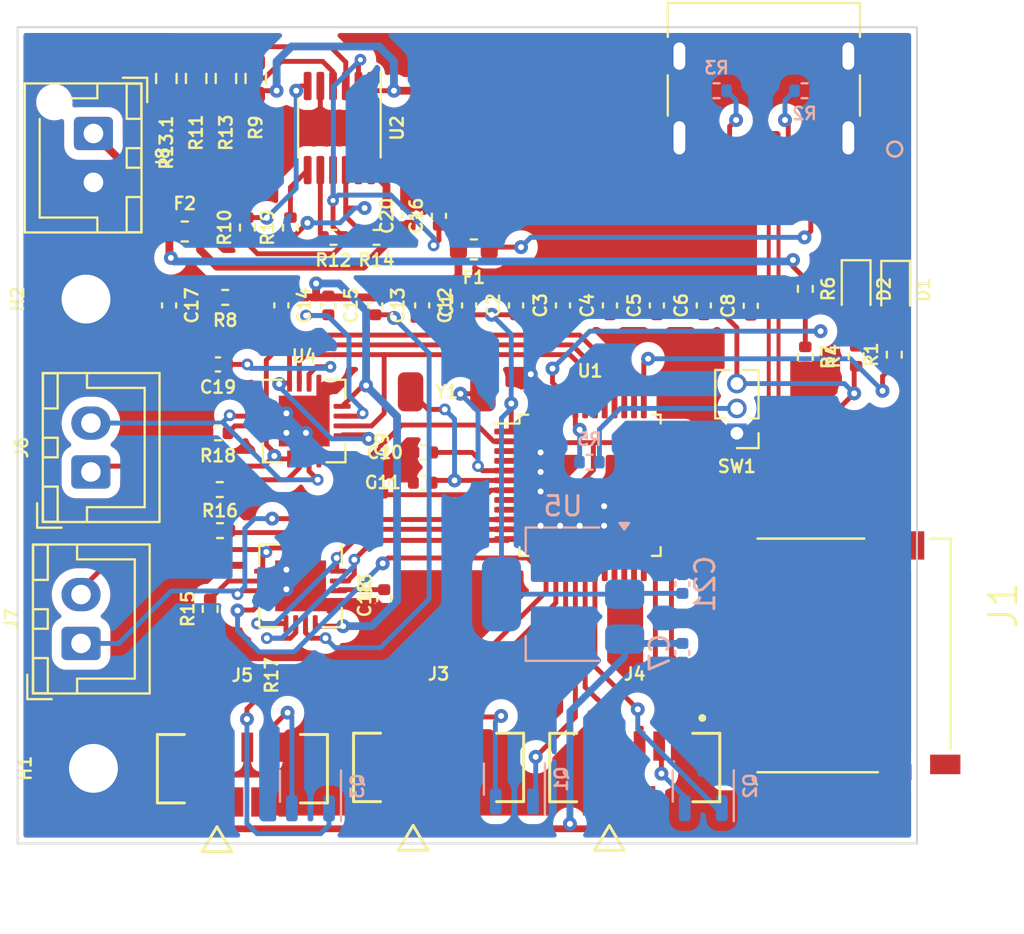
<source format=kicad_pcb>
(kicad_pcb (version 20240108) (generator "pcbnew") (generator_version "8.0")
  (layers (0 "F.Cu" signal) (31 "B.Cu" signal) (34 "B.Paste" user) (35 "F.Paste" user) (36 "B.SilkS" user "B.Silkscreen") (37 "F.SilkS" user "F.Silkscreen") (38 "B.Mask" user) (39 "F.Mask" user) (44 "Edge.Cuts" user))
  (net 0 "")
  (net 1 "3v3")
  (net 2 "GND")
  (net 3 "/nrst")
  (net 4 "Net-(U1-PD0)")
  (net 5 "Net-(U1-PD1)")
  (net 6 "USB_P")
  (net 7 "Net-(U3-VCP)")
  (net 8 "Net-(U4-VCP)")
  (net 9 "HEAT_POW")
  (net 10 "Net-(C17-Pad1)")
  (net 11 "Net-(U3-VINT)")
  (net 12 "Net-(U4-VINT)")
  (net 13 "BAT")
  (net 14 "Net-(D1-A)")
  (net 15 "Net-(D2-A)")
  (net 16 "Net-(F1-Pad1)")
  (net 17 "BAT_REAL")
  (net 18 "SS")
  (net 19 "MISO")
  (net 20 "SCK")
  (net 21 "MOSI")
  (net 24 "Net-(J2-CC1)")
  (net 25 "D+")
  (net 26 "D-")
  (net 28 "Net-(J2-CC2)")
  (net 30 "5v")
  (net 31 "therm_1")
  (net 34 "Net-(J3-Pin_6)")
  (net 35 "therm_3")
  (net 38 "Net-(J4-Pin_6)")
  (net 39 "therm_2")
  (net 42 "Net-(J5-Pin_6)")
  (net 43 "MOTOR_1A")
  (net 44 "MOTOR_1")
  (net 45 "MOTOR_2")
  (net 46 "MOTOR_2A")
  (net 47 "heater_1")
  (net 48 "heater_3")
  (net 49 "heater_2")
  (net 50 "LED")
  (net 51 "Net-(SW1-B)")
  (net 52 "Net-(U1-BOOT0)")
  (net 53 "V_MON")
  (net 54 "Net-(U2-ADJ)")
  (net 55 "Net-(U2-CMPOUT1)")
  (net 56 "Net-(R11-Pad1)")
  (net 57 "Net-(U2-V2OK)")
  (net 58 "Net-(U2-CMP1)")
  (net 59 "Net-(U2-V2UV)")
  (net 60 "Net-(U3-BISEN)")
  (net 61 "Net-(U3-AISEN)")
  (net 62 "Net-(U4-BISEN)")
  (net 63 "Net-(U4-AISEN)")
  (net 64 "Net-(U2-GNDSW)")
  (net 67 "Net-(U1-VDDA)")
  (net 68 "SERVO_2A")
  (net 69 "MOT_CON2")
  (net 70 "MOT_MON_2")
  (net 71 "SERVO_2")
  (net 82 "MOT_MON_1")
  (net 83 "MOT_CON1")
  (net 84 "SERVO_1")
  (net 85 "SERVO_1A")
  (footprint "Resistor_SMD:R_0402_1005Metric" (layer "F.Cu") (at 97.705333 45.998 90)
    (property "Reference" "R19")
    (property "Value" "86.6K" (hide yes))
  )
  (footprint "Capacitor_SMD:C_0402_1005Metric" (layer "F.Cu") (at 118.849163 49.98 90)
    (property "Reference" "C6")
    (property "Value" "10nF" (hide yes))
  )
  (footprint "Fuse:Fuse_0603_1608Metric" (layer "F.Cu") (at 107.0865 47.117 180)
    (property "Reference" "F1")
    (property "Value" "Fuse" (hide yes))
  )
  (footprint "Package_DFN_QFN:WQFN-16-1EP_4x4mm_P0.5mm_EP2.6x2.6mm" (layer "F.Cu") (at 98.41 55.895)
    (property "Reference" "U4")
    (property "Value" "~" (hide yes))
  )
  (footprint "Resistor_SMD:R_0402_1005Metric" (layer "F.Cu") (at 94.09 59.4 180)
    (property "Reference" "R17")
    (property "Value" ".33" (hide yes))
  )
  (footprint "Capacitor_SMD:C_0402_1005Metric" (layer "F.Cu") (at 106.844998 49.98 90)
    (property "Reference" "C1")
    (property "Value" "100nF" (hide yes))
  )
  (footprint "Resistor_SMD:R_0402_1005Metric" (layer "F.Cu") (at 126.64 52.582 90)
    (property "Reference" "R4")
    (property "Value" "1K" (hide yes))
  )
  (footprint "Package_SO:MSOP-12-1EP_3x4mm_P0.65mm_EP1.65x2.85mm" (layer "F.Cu") (at 100.21 40.91 -90)
    (property "Reference" "U2")
    (property "Value" "LTC4420CMSE-PBF" (hide yes))
  )
  (footprint "crystal:abm3" (layer "F.Cu") (at 105.7 54.4)
    (property "Reference" "Y1")
    (property "Value" "16 khz" (hide yes))
  )
  (footprint "Resistor_SMD:R_0402_1005Metric" (layer "F.Cu") (at 94.370833 49.571 180)
    (property "Reference" "R8")
    (property "Value" "0.5" (hide yes))
  )
  (footprint "Capacitor_SMD:C_0402_1005Metric" (layer "F.Cu") (at 116.44833 49.98 90)
    (property "Reference" "C5")
    (property "Value" "100nF" (hide yes))
  )
  (footprint "Capacitor_SMD:C_0402_1005Metric" (layer "F.Cu") (at 104.472 59.049999)
    (property "Reference" "C11")
    (property "Value" "26pF" (hide yes))
  )
  (footprint "Capacitor_SMD:C_0402_1005Metric" (layer "F.Cu") (at 102.5 65 -90)
    (property "Reference" "C18")
    (property "Value" "2.2pF" (hide yes))
  )
  (footprint "Capacitor_SMD:C_0402_1005Metric" (layer "F.Cu") (at 94 53 180)
    (property "Reference" "C19")
    (property "Value" "2.2pF" (hide yes))
  )
  (footprint "Capacitor_SMD:C_0402_1005Metric" (layer "F.Cu") (at 103.8 45.4 90)
    (property "Reference" "C20")
    (property "Value" "2.2uF" (hide yes))
  )
  (footprint "Resistor_SMD:R_0402_1005Metric" (layer "F.Cu") (at 93.6 65.51 -90)
    (property "Reference" "R15")
    (property "Value" ".33" (hide yes))
  )
  (footprint "ffc_conn:CON_525590652_MOL" (layer "F.Cu") (at 105.283 73.911)
    (property "Reference" "J3")
    (property "Value" "Conn_01x06" (hide yes))
  )
  (footprint "MountingHole:MountingHole_2.5mm_Pad" (layer "F.Cu") (at 87.249 49.657 90)
    (property "Reference" "H2")
    (property "Value" "MountingHole_Pad" (hide yes))
  )
  (footprint "Resistor_SMD:R_0603_1608Metric" (layer "F.Cu") (at 95.932 38.373 90)
    (property "Reference" "R9")
    (property "Value" "300K" (hide yes))
  )
  (footprint "Resistor_SMD:R_0402_1005Metric" (layer "F.Cu") (at 128.59 52.501 90)
    (property "Reference" "R1")
    (property "Value" "1K" (hide yes))
  )
  (footprint "Capacitor_SMD:C_0402_1005Metric" (layer "F.Cu") (at 104.5 57.5)
    (property "Reference" "C10")
    (property "Value" "26pF" (hide yes))
  )
  (footprint "Connector_JST:JST_XH_B2B-XH-AM_1x02_P2.50mm_Vertical" (layer "F.Cu") (at 87.63 41.188 -90)
    (property "Reference" "J8")
    (property "Value" "Conn_01x02_Pin" (hide yes))
  )
  (footprint "Resistor_SMD:R_0603_1608Metric" (layer "F.Cu") (at 94.408 38.373 -90)
    (property "Reference" "R13")
    (property "Value" "45K" (hide yes))
  )
  (footprint "114_00841_68:AMPHENOL_1140084168" (layer "F.Cu") (at 121.273 67.883 -90)
    (property "Reference" "J1")
    (property "Value" "SD_Card")
  )
  (footprint "usb:USB4105-GF-A" (layer "F.Cu") (at 121.92 38.5 180)
    (property "Reference" "J2" (hide yes))
    (property "Value" "USB_C_Receptacle" (hide yes))
  )
  (footprint "Resistor_SMD:R_0402_1005Metric" (layer "F.Cu") (at 94.1 61.5 180)
    (property "Reference" "R16")
    (property "Value" ".33" (hide yes))
  )
  (footprint "Capacitor_SMD:C_0402_1005Metric" (layer "F.Cu") (at 91.5 49.98 -90)
    (property "Reference" "C17")
    (property "Value" "2.2uF" (hide yes))
  )
  (footprint "Capacitor_SMD:C_0402_1005Metric" (layer "F.Cu") (at 109.245831 49.98 90)
    (property "Reference" "C2")
    (property "Value" "100nF" (hide yes))
  )
  (footprint "Capacitor_SMD:C_0402_1005Metric" (layer "F.Cu") (at 102.4 59.1 90)
    (property "Reference" "C9")
    (property "Value" "100nF" (hide yes))
  )
  (footprint "LED_SMD:LED_0603_1608Metric" (layer "F.Cu") (at 126.64 49.155 -90)
    (property "Reference" "D2")
    (property "Value" "LED" (hide yes))
  )
  (footprint "Connector_JST:JST_XH_B2B-XH-A_1x02_P2.50mm_Vertical" (layer "F.Cu") (at 87.5 58.5 90)
    (property "Reference" "J6")
    (property "Value" "Conn_01x02_Male" (hide yes))
  )
  (footprint "ffc_conn:CON_525590652_MOL" (layer "F.Cu") (at 95.25 73.97865)
    (property "Reference" "J5")
    (property "Value" "Conn_01x06" (hide yes))
  )
  (footprint "Connector_JST:JST_XH_B2B-XH-A_1x02_P2.50mm_Vertical" (layer "F.Cu") (at 86.995 67.27 90)
    (property "Reference" "J7")
    (property "Value" "Conn_01x02_Male" (hide yes))
  )
  (footprint "Resistor_SMD:R_0402_1005Metric" (layer "F.Cu") (at 102.108 46.5 180)
    (property "Reference" "R14")
    (property "Value" "576K" (hide yes))
  )
  (footprint "Resistor_SMD:R_0402_1005Metric" (layer "F.Cu") (at 95.504 45.998 90)
    (property "Reference" "R10")
    (property "Value" "1M" (hide yes))
  )
  (footprint "Package_DFN_QFN:WQFN-16-1EP_4x4mm_P0.5mm_EP2.6x2.6mm" (layer "F.Cu") (at 98.225 64.325 -90)
    (property "Reference" "U3")
    (property "Value" "~" (hide yes))
  )
  (footprint "Fuse:Fuse_0603_1608Metric" (layer "F.Cu") (at 92.3 46.2)
    (property "Reference" "F2")
    (property "Value" "Fuse" (hide yes))
  )
  (footprint "Package_QFP:LQFP-48_7x7mm_P0.5mm" (layer "F.Cu") (at 113.03 59.182)
    (property "Reference" "U1")
    (property "Value" "STM32F103C8Tx" (hide yes))
  )
  (footprint "Capacitor_SMD:C_0402_1005Metric" (layer "F.Cu") (at 105.3 45.4 90)
    (property "Reference" "C16")
    (property "Value" "15uF" (hide yes))
  )
  (footprint "Capacitor_SMD:C_0402_1005Metric" (layer "F.Cu") (at 102.043332 49.98 -90)
    (property "Reference" "C13")
    (property "Value" "0.01uF" (hide yes))
  )
  (footprint "Capacitor_SMD:C_0402_1005Metric" (layer "F.Cu") (at 97.241666 49.98 -90)
    (property "Reference" "C14")
    (property "Value" "10uF" (hide yes))
  )
  (footprint "LED_SMD:LED_0603_1608Metric" (layer "F.Cu") (at 128.66 49.19 -90)
    (property "Reference" "D1")
    (property "Value" "LED" (hide yes))
  )
  (footprint "Capacitor_SMD:C_0402_1005Metric" (layer "F.Cu") (at 121.25 50 90)
    (property "Reference" "C8")
    (property "Value" "10uF" (hide yes))
  )
  (footprint "Capacitor_SMD:C_0402_1005Metric" (layer "F.Cu") (at 114.047497 49.98 90)
    (property "Reference" "C4")
    (property "Value" "100nF" (hide yes))
  )
  (footprint "Capacitor_SMD:C_0402_1005Metric" (layer "F.Cu") (at 111.646664 49.98 90)
    (property "Reference" "C3")
    (property "Value" "100nF" (hide yes))
  )
  (footprint "ffc_conn:CON_525590652_MOL" (layer "F.Cu") (at 115.316 73.917)
    (property "Reference" "J4")
    (property "Value" "Conn_01x06" (hide yes))
  )
  (footprint "Resistor_SMD:R_0402_1005Metric" (layer "F.Cu") (at 124.04 49.135 -90)
    (property "Reference" "R6")
    (property "Value" "100K" (hide yes))
  )
  (footprint "Resistor_SMD:R_0402_1005Metric" (layer "F.Cu") (at 124.04 52.6125 -90)
    (property "Reference" "R7")
    (property "Value" "100k" (hide yes))
  )
  (footprint "Resistor_SMD:R_0603_1608Metric" (layer "F.Cu") (at 92.884 38.373 90)
    (property "Reference" "R11")
    (property "Value" "2K" (hide yes))
  )
  (footprint "Resistor_SMD:R_0402_1005Metric" (layer "F.Cu") (at 99.906666 46.5 180)
    (property "Reference" "R12")
    (property "Value" "1M" (hide yes))
  )
  (footprint "Resistor_SMD:R_0603_1608Metric" (layer "F.Cu") (at 91.36 38.373 -90)
    (property "Reference" "R13.1")
    (property "Value" "154K" (hide yes))
  )
  (footprint "Connector_PinHeader_1.27mm:PinHeader_1x03_P1.27mm_Vertical" (layer "F.Cu") (at 120.54 56.52 180)
    (property "Reference" "SW1")
    (property "Value" "SW_SPDT" (hide yes))
  )
  (footprint "Capacitor_SMD:C_0402_1005Metric" (layer "F.Cu") (at 99.642499 49.98 -90)
    (property "Reference" "C15")
    (property "Value" "0.01uF" (hide yes))
  )
  (footprint "MountingHole:MountingHole_2.5mm_Pad" (layer "F.Cu") (at 87.63 73.66 90)
    (property "Reference" "H1")
    (property "Value" "MountingHole_Pad" (hide yes))
  )
  (footprint "Resistor_SMD:R_0402_1005Metric" (layer "F.Cu") (at 94 56.5 180)
    (property "Reference" "R18")
    (property "Value" ".33" (hide yes))
  )
  (footprint "Capacitor_SMD:C_0402_1005Metric" (layer "F.Cu") (at 104.444165 49.98 -90)
    (property "Reference" "C12")
    (property "Value" "10uF" (hide yes))
  )
  (footprint "Package_TO_SOT_SMD:SOT-23-3" (layer "B.Cu") (at 98.73 74.57 90)
    (property "Reference" "Q3")
    (property "Value" "VNP10N07" (hide yes))
  )
  (footprint "Capacitor_SMD:C_0402_1005Metric" (layer "B.Cu") (at 117.75 64.23 90)
    (property "Reference" "C21")
    (property "Value" "22 uF")
  )
  (footprint "Resistor_SMD:R_0402_1005Metric" (layer "B.Cu") (at 124 39)
    (property "Reference" "R2")
    (property "Value" "5.1k" (hide yes))
  )
  (footprint "Resistor_SMD:R_0402_1005Metric" (layer "B.Cu") (at 119.5 39 180)
    (property "Reference" "R3")
    (property "Value" "5.1k" (hide yes))
  )
  (footprint "Package_TO_SOT_SMD:SOT-223-3_TabPin2" (layer "B.Cu") (at 111.65 64.75 180)
    (property "Reference" "U5")
    (property "Value" "AMS1117-3.3")
  )
  (footprint "Resistor_SMD:R_0402_1005Metric" (layer "B.Cu") (at 113 58 180)
    (property "Reference" "R5")
    (property "Value" "10k" (hide yes))
  )
  (footprint "Package_TO_SOT_SMD:SOT-23-3" (layer "B.Cu") (at 109.16 74.21 90)
    (property "Reference" "Q1")
    (property "Value" "VNP10N07" (hide yes))
  )
  (footprint "Package_TO_SOT_SMD:SOT-23-3" (layer "B.Cu") (at 118.82 74.56 90)
    (property "Reference" "Q2")
    (property "Value" "VNP10N07" (hide yes))
  )
  (footprint "Capacitor_SMD:C_0402_1005Metric" (layer "B.Cu") (at 117.75 67.75 -90)
    (property "Reference" "C7")
    (property "Value" "10 uF")
  )
  (gr_rect (start 83.75 35.75) (end 129.75 77.5) (stroke (width 0.1)) (fill none) (layer "Edge.Cuts"))
  (segment (start 109 55) (end 109 56.2995) (width 0.25) (layer "F.Cu") (net 1))
  (segment (start 120.54 53.98) (end 120.54 51.12) (width 0.25) (layer "F.Cu") (net 1))
  (segment (start 121.523 67.783) (end 125.148 64.158) (width 0.25) (layer "F.Cu") (net 1))
  (segment (start 126.54 53.192) (end 126.64 53.092) (width 0.25) (layer "F.Cu") (net 1))
  (segment (start 109 56.2995) (end 108.8675 56.432) (width 0.25) (layer "F.Cu") (net 1))
  (segment (start 120.54 51.12) (end 119.88 50.46) (width 0.25) (layer "F.Cu") (net 1))
  (segment (start 126.54 54.48) (end 126.54 53.192) (width 0.25) (layer "F.Cu") (net 1))
  (segment (start 106.844998 50.46) (end 121.23 50.46) (width 0.25) (layer "F.Cu") (net 1))
  (segment (start 125.148 64.158) (end 125.148 55.872) (width 0.25) (layer "F.Cu") (net 1))
  (segment (start 120.398 67.783) (end 121.523 67.783) (width 0.25) (layer "F.Cu") (net 1))
  (segment (start 125.148 55.872) (end 126.54 54.48) (width 0.25) (layer "F.Cu") (net 1))
  (segment (start 121.23 50.46) (end 121.25 50.48) (width 0.25) (layer "F.Cu") (net 1))
  (via (at 108 50.46) (size 0.7112) (drill 0.3048) (layers "F.Cu" "B.Cu") (net 1))
  (via (at 126.54 54.48) (size 0.7112) (drill 0.3048) (layers "F.Cu" "B.Cu") (net 1))
  (via (at 109 55) (size 0.7112) (drill 0.3048) (layers "F.Cu" "B.Cu") (net 1))
  (segment (start 109 51.46) (end 109 55) (width 0.25) (layer "B.Cu") (net 1))
  (segment (start 109 55) (end 109 55.25) (width 0.25) (layer "B.Cu") (net 1))
  (segment (start 126.04 53.98) (end 126.54 54.48) (width 0.25) (layer "B.Cu") (net 1))
  (segment (start 108 50.46) (end 109 51.46) (width 0.25) (layer "B.Cu") (net 1))
  (segment (start 114.8 64.75) (end 108.5 64.75) (width 0.25) (layer "B.Cu") (net 1))
  (segment (start 109 55.25) (end 108.5 55.75) (width 0.25) (layer "B.Cu") (net 1))
  (segment (start 117.75 64.71) (end 114.84 64.71) (width 0.25) (layer "B.Cu") (net 1))
  (segment (start 108.5 55.75) (end 108.5 64.75) (width 0.25) (layer "B.Cu") (net 1))
  (segment (start 114.84 64.71) (end 114.8 64.75) (width 0.25) (layer "B.Cu") (net 1))
  (segment (start 120.54 53.98) (end 126.04 53.98) (width 0.25) (layer "B.Cu") (net 1))
  (segment (start 101.185 41.885) (end 100.21 40.91) (width 0.254) (layer "F.Cu") (net 2))
  (segment (start 99.16 55.145) (end 98.41 55.895) (width 0.254) (layer "F.Cu") (net 2))
  (segment (start 118.568 56.932) (end 118.98 56.52) (width 0.25) (layer "F.Cu") (net 2))
  (segment (start 110.78 55.0195) (end 110.78 54.245632) (width 0.25) (layer "F.Cu") (net 2))
  (segment (start 117.1925 56.932) (end 118.568 56.932) (width 0.25) (layer "F.Cu") (net 2))
  (segment (start 115.28 58.070632) (end 115.28 63.3445) (width 0.25) (layer "F.Cu") (net 2))
  (segment (start 116.418632 56.932) (end 115.28 58.070632) (width 0.25) (layer "F.Cu") (net 2))
  (segment (start 99.235 39.935) (end 99.235 38.76) (width 0.254) (layer "F.Cu") (net 2))
  (segment (start 100.1625 65.075) (end 98.975 65.075) (width 0.254) (layer "F.Cu") (net 2))
  (segment (start 110.78 54.245632) (end 110.034368 53.5) (width 0.25) (layer "F.Cu") (net 2))
  (segment (start 98.975 65.075) (end 98.225 64.325) (width 0.254) (layer "F.Cu") (net 2))
  (segment (start 99.16 53.9575) (end 99.16 55.145) (width 0.254) (layer "F.Cu") (net 2))
  (segment (start 100.1625 65.075) (end 102.095 65.075) (width 0.254) (layer "F.Cu") (net 2))
  (segment (start 110.068 59.932) (end 110.5 59.5) (width 0.25) (layer "F.Cu") (net 2))
  (segment (start 118.98 56.52) (end 120.54 56.52) (width 0.25) (layer "F.Cu") (net 2))
  (segment (start 100.21 40.91) (end 99.235 39.935) (width 0.254) (layer "F.Cu") (net 2))
  (segment (start 101.185 43.06) (end 101.185 41.885) (width 0.254) (layer "F.Cu") (net 2))
  (segment (start 108.8675 59.932) (end 110.068 59.932) (width 0.25) (layer "F.Cu") (net 2))
  (segment (start 110.034368 53.5) (end 110 53.5) (width 0.25) (layer "F.Cu") (net 2))
  (segment (start 102.095 65.075) (end 102.5 65.48) (width 0.254) (layer "F.Cu") (net 2))
  (segment (start 117.1925 56.932) (end 116.418632 56.932) (width 0.25) (layer "F.Cu") (net 2))
  (via (at 110.5 59.5) (size 0.7112) (drill 0.3048) (layers "F.Cu" "B.Cu") (net 2))
  (via (at 110 53.5) (size 0.7112) (drill 0.3048) (layers "F.Cu" "B.Cu") (net 2))
  (via (at 97.5 63.5) (size 0.7112) (drill 0.3048) (layers "F.Cu" "B.Cu") (net 2))
  (via (at 110.5 61.25) (size 0.7112) (drill 0.3048) (layers "F.Cu" "B.Cu") (net 2))
  (via (at 97.5 56.5) (size 0.7112) (drill 0.3048) (layers "F.Cu" "B.Cu") (net 2))
  (via (at 112.5 61.25) (size 0.7112) (drill 0.3048) (layers "F.Cu" "B.Cu") (net 2))
  (via (at 113.75 60.25) (size 0.7112) (drill 0.3048) (layers "F.Cu" "B.Cu") (net 2))
  (via (at 97.5 64.5) (size 0.7112) (drill 0.3048) (layers "F.Cu" "B.Cu") (net 2))
  (via (at 110.5 57.5) (size 0.7112) (drill 0.3048) (layers "F.Cu" "B.Cu") (net 2))
  (via (at 98.5 56.5) (size 0.7112) (drill 0.3048) (layers "F.Cu" "B.Cu") (net 2))
  (via (at 113.75 61.25) (size 0.7112) (drill 0.3048) (layers "F.Cu" "B.Cu") (net 2))
  (via (at 110.5 58.5) (size 0.7112) (drill 0.3048) (layers "F.Cu" "B.Cu") (net 2))
  (via (at 111.5 61.25) (size 0.7112) (drill 0.3048) (layers "F.Cu" "B.Cu") (net 2))
  (via (at 97.5 55.5) (size 0.7112) (drill 0.3048) (layers "F.Cu" "B.Cu") (net 2))
  (segment (start 102.362799 59.662799) (end 107.737201 59.662799) (width 0.25) (layer "F.Cu") (net 3))
  (segment (start 107.968 59.432) (end 108.8675 59.432) (width 0.25) (layer "F.Cu") (net 3))
  (segment (start 107.737201 59.662799) (end 107.968 59.432) (width 0.25) (layer "F.Cu") (net 3))
  (segment (start 107.3 58.2) (end 107.532 58.432) (width 0.254) (layer "F.Cu") (net 4))
  (segment (start 107.3 58.2) (end 107.3 57.8) (width 0.25) (layer "F.Cu") (net 4))
  (segment (start 107.532 58.432) (end 108.8675 58.432) (width 0.254) (layer "F.Cu") (net 4))
  (segment (start 107.45 54.5) (end 107.55 54.4) (width 0.254) (layer "F.Cu") (net 4))
  (segment (start 106.4 54.5) (end 107.45 54.5) (width 0.254) (layer "F.Cu") (net 4))
  (segment (start 107 57.5) (end 104.98 57.5) (width 0.25) (layer "F.Cu") (net 4))
  (segment (start 107.3 57.8) (end 107 57.5) (width 0.25) (layer "F.Cu") (net 4))
  (via (at 106.4 54.5) (size 0.7112) (drill 0.3048) (layers "F.Cu" "B.Cu") (net 4))
  (via (at 107.3 58.2) (size 0.6) (drill 0.3) (layers "F.Cu" "B.Cu") (net 4))
  (segment (start 107.3 55.4) (end 106.4 54.5) (width 0.254) (layer "B.Cu") (net 4))
  (segment (start 107.3 58.2) (end 107.3 55.4) (width 0.254) (layer "B.Cu") (net 4))
  (segment (start 104.75 55.3) (end 103.85 54.4) (width 0.254) (layer "F.Cu") (net 5))
  (segment (start 105.069999 58.932) (end 108.8675 58.932) (width 0.25) (layer "F.Cu") (net 5))
  (segment (start 104.952 59.049999) (end 105.069999 58.932) (width 0.25) (layer "F.Cu") (net 5))
  (segment (start 105.6 55.3) (end 104.75 55.3) (width 0.254) (layer "F.Cu") (net 5))
  (via (at 105.6 55.3) (size 0.6) (drill 0.3) (layers "F.Cu" "B.Cu") (net 5))
  (via (at 106.1 58.932) (size 0.7112) (drill 0.3048) (layers "F.Cu" "B.Cu") (net 5))
  (segment (start 106.1 58.932) (end 106.1 55.8) (width 0.254) (layer "B.Cu") (net 5))
  (segment (start 106.1 55.8) (end 105.6 55.3) (width 0.254) (layer "B.Cu") (net 5))
  (segment (start 105.8 55.5) (end 105.6 55.3) (width 0.254) (layer "B.Cu") (net 5))
  (segment (start 104.373165 49.571) (end 104.444165 49.5) (width 0.4) (layer "F.Cu") (net 6))
  (segment (start 99.02 48.859) (end 99.02 49.551) (width 0.4) (layer "F.Cu") (net 6))
  (segment (start 97 39) (end 96.13 39) (width 0.25) (layer "F.Cu") (net 6))
  (segment (start 99.099672 66.387172) (end 98.975 66.2625) (width 0.25) (layer "F.Cu") (net 6))
  (segment (start 104.84 49.5) (end 104.016 49.5) (width 0.25) (layer "F.Cu") (net 6))
  (segment (start 106.299 48.451) (end 106.299 47.117) (width 0.4) (layer "F.Cu") (net 6))
  (segment (start 106.299 40.299) (end 105 39) (width 0.4) (layer "F.Cu") (net 6))
  (segment (start 99.02 49.551) (end 99 49.571) (width 0.4) (layer "F.Cu") (net 6))
  (segment (start 101.417903 54.074597) (end 100.3475 55.145) (width 0.25) (layer "F.Cu") (net 6))
  (segment (start 97.170666 49.571) (end 97.241666 49.5) (width 0.25) (layer "F.Cu") (net 6))
  (segment (start 96.862 38.862) (end 97 39) (width 0.25) (layer "F.Cu") (net 6))
  (segment (start 105 39) (end 103 39) (width 0.4) (layer "F.Cu") (net 6))
  (segment (start 99 49.571) (end 104.373165 49.571) (width 0.4) (layer "F.Cu") (net 6))
  (segment (start 103 39) (end 102.075 39) (width 0.25) (layer "F.Cu") (net 6))
  (segment (start 101.574597 54.074597) (end 101.417903 54.074597) (width 0.25) (layer "F.Cu") (net 6))
  (segment (start 102.075 39) (end 101.835 38.76) (width 0.25) (layer "F.Cu") (net 6))
  (segment (start 97.101 49.5) (end 97.03 49.571) (width 0.25) (layer "F.Cu") (net 6))
  (segment (start 100.4 66.387172) (end 99.099672 66.387172) (width 0.25) (layer "F.Cu") (net 6))
  (segment (start 105.25 49.5) (end 106.299 48.451) (width 0.4) (layer "F.Cu") (net 6))
  (segment (start 94.880833 49.571) (end 99 49.571) (width 0.4) (layer "F.Cu") (net 6))
  (segment (start 104.444165 49.5) (end 105.25 49.5) (width 0.4) (layer "F.Cu") (net 6))
  (segment (start 106.299 47.117) (end 106.299 40.299) (width 0.4) (layer "F.Cu") (net 6))
  (segment (start 96.13 39) (end 95.932 39.198) (width 0.25) (layer "F.Cu") (net 6))
  (via (at 99.02 48.859) (size 0.7112) (drill 0.3048) (layers "F.Cu" "B.Cu") (net 6))
  (via (at 101.574597 54.074597) (size 0.7112) (drill 0.3048) (layers "F.Cu" "B.Cu") (net 6))
  (via (at 97 39) (size 0.7112) (drill 0.3048) (layers "F.Cu" "B.Cu") (net 6))
  (via (at 103 39) (size 0.7112) (drill 0.3048) (layers "F.Cu" "B.Cu") (net 6))
  (via (at 100.4 66.387172) (size 0.7112) (drill 0.3048) (layers "F.Cu" "B.Cu") (net 6))
  (segment (start 100.1895 48.859) (end 101.574597 50.244097) (width 0.4) (layer "B.Cu") (net 6))
  (segment (start 103 37.5) (end 103 39) (width 0.4) (layer "B.Cu") (net 6))
  (segment (start 102.2372 36.7372) (end 103 37.5) (width 0.4) (layer "B.Cu") (net 6))
  (segment (start 101.574597 54.074597) (end 101.574597 53.748476) (width 0.25) (layer "B.Cu") (net 6))
  (segment (start 101.862828 66.387172) (end 103.1584 65.0916) (width 0.4) (layer "B.Cu") (net 6))
  (segment (start 99.02 48.859) (end 100.1895 48.859) (width 0.4) (layer "B.Cu") (net 6))
  (segment (start 101.574597 50.244097) (end 101.574597 54.074597) (width 0.4) (layer "B.Cu") (net 6))
  (segment (start 103.1584 65.0916) (end 103.1584 55.6584) (width 0.4) (layer "B.Cu") (net 6))
  (segment (start 100.4 66.387172) (end 101.862828 66.387172) (width 0.4) (layer "B.Cu") (net 6))
  (segment (start 97.7628 36.7372) (end 102.2372 36.7372) (width 0.4) (layer "B.Cu") (net 6))
  (segment (start 97 37.5) (end 97.7628 36.7372) (width 0.4) (layer "B.Cu") (net 6))
  (segment (start 101.574597 53.748476) (end 101.582 53.741073) (width 0.25) (layer "B.Cu") (net 6))
  (segment (start 97 39) (end 97 37.5) (width 0.4) (layer "B.Cu") (net 6))
  (segment (start 103.1584 55.6584) (end 101.574597 54.074597) (width 0.4) (layer "B.Cu") (net 6))
  (segment (start 99 48.879) (end 99.02 48.859) (width 0.25) (layer "B.Cu") (net 6))
  (segment (start 99.4972 67.0028) (end 98.759456 67.0028) (width 0.25) (layer "F.Cu") (net 7))
  (segment (start 98.759456 67.0028) (end 98.475 66.718344) (width 0.25) (layer "F.Cu") (net 7))
  (segment (start 102.8394 50.46) (end 103 50.6206) (width 0.25) (layer "F.Cu") (net 7))
  (segment (start 99.5 67) (end 99.4972 67.0028) (width 0.25) (layer "F.Cu") (net 7))
  (segment (start 98.475 66.718344) (end 98.475 66.2625) (width 0.25) (layer "F.Cu") (net 7))
  (segment (start 102.046 50.46) (end 102.8394 50.46) (width 0.25) (layer "F.Cu") (net 7))
  (via (at 99.5 67) (size 0.6) (drill 0.3) (layers "F.Cu" "B.Cu") (net 7))
  (via (at 103 50.6206) (size 0.7112) (drill 0.3048) (layers "F.Cu" "B.Cu") (net 7))
  (segment (start 99.5 67) (end 99.987172 67.487172) (width 0.25) (layer "B.Cu") (net 7))
  (segment (start 102.312828 67.487172) (end 104.8 65) (width 0.25) (layer "B.Cu") (net 7))
  (segment (start 104.8 52.4206) (end 103 50.6206) (width 0.25) (layer "B.Cu") (net 7))
  (segment (start 104.8 65) (end 104.8 52.4206) (width 0.25) (layer "B.Cu") (net 7))
  (segment (start 99.987172 67.487172) (end 102.312828 67.487172) (width 0.25) (layer "B.Cu") (net 7))
  (segment (start 101.255 55.645) (end 100.3475 55.645) (width 0.254) (layer "F.Cu") (net 8))
  (segment (start 101.4 55.5) (end 101.255 55.645) (width 0.254) (layer "F.Cu") (net 8))
  (segment (start 99.602499 50.5) (end 99.642499 50.46) (width 0.254) (layer "F.Cu") (net 8))
  (segment (start 98.5 50.5) (end 99.602499 50.5) (width 0.254) (layer "F.Cu") (net 8))
  (via (at 101.4 55.5) (size 0.6) (drill 0.3) (layers "F.Cu" "B.Cu") (net 8))
  (via (at 98.5 50.5) (size 0.6) (drill 0.3) (layers "F.Cu" "B.Cu") (net 8))
  (segment (start 98.5 50.5) (end 99.6 50.5) (width 0.254) (layer "B.Cu") (net 8))
  (segment (start 100.7 51.6) (end 100.7 54.6) (width 0.254) (layer "B.Cu") (net 8))
  (segment (start 101.4 55.3) (end 101.4 55.5) (width 0.254) (layer "B.Cu") (net 8))
  (segment (start 100.7 54.6) (end 101.4 55.3) (width 0.254) (layer "B.Cu") (net 8))
  (segment (start 99.6 50.5) (end 100.7 51.6) (width 0.254) (layer "B.Cu") (net 8))
  (segment (start 99.885 44.615) (end 99.885 43.06) (width 0.25) (layer "F.Cu") (net 9))
  (segment (start 95.504 46.824) (end 95.504 46.508) (width 0.25) (layer "F.Cu") (net 9))
  (segment (start 96.02 47.34) (end 95.504 46.824) (width 0.25) (layer "F.Cu") (net 9))
  (segment (start 105.3 46.64) (end 105.3 45.88) (width 0.254) (layer "F.Cu") (net 9))
  (segment (start 99.9 47.34) (end 96.02 47.34) (width 0.25) (layer "F.Cu") (net 9))
  (segment (start 105.03 46.91) (end 105.3 46.64) (width 0.254) (layer "F.Cu") (net 9))
  (segment (start 101.285 37.415) (end 101.185 37.515) (width 0.254) (layer "F.Cu") (net 9))
  (segment (start 100.535 46.381666) (end 100.416666 46.5) (width 0.25) (layer "F.Cu") (net 9))
  (segment (start 100.416666 46.5) (end 100.416666 46.823334) (width 0.25) (layer "F.Cu") (net 9))
  (segment (start 101.185 37.515) (end 101.185 38.76) (width 0.254) (layer "F.Cu") (net 9))
  (segment (start 100.416666 46.823334) (end 99.9 47.34) (width 0.25) (layer "F.Cu") (net 9))
  (segment (start 99.885 45.968334) (end 100.416666 46.5) (width 0.25) (layer "F.Cu") (net 9))
  (segment (start 99.885 44.615) (end 99.885 45.968334) (width 0.25) (layer "F.Cu") (net 9))
  (via (at 105.03 46.91) (size 0.6) (drill 0.3) (layers "F.Cu" "B.Cu") (net 9))
  (via (at 99.885 44.615) (size 0.6) (drill 0.254) (layers "F.Cu" "B.Cu") (net 9))
  (via (at 101.285 37.415) (size 0.6) (drill 0.254) (layers "F.Cu" "B.Cu") (net 9))
  (segment (start 99.9 38.8) (end 101.285 37.415) (width 0.254) (layer "B.Cu") (net 9))
  (segment (start 102.8396 44.3396) (end 105.03 46.53) (width 0.254) (layer "B.Cu") (net 9))
  (segment (start 99.9 44.6) (end 99.9 38.8) (width 0.254) (layer "B.Cu") (net 9))
  (segment (start 100.1604 44.3396) (end 102.8396 44.3396) (width 0.254) (layer "B.Cu") (net 9))
  (segment (start 105.03 46.53) (end 105.03 46.91) (width 0.254) (layer "B.Cu") (net 9))
  (segment (start 99.885 44.615) (end 100.1604 44.3396) (width 0.254) (layer "B.Cu") (net 9))
  (segment (start 99.885 44.615) (end 99.9 44.6) (width 0.254) (layer "B.Cu") (net 9))
  (segment (start 93.789833 49.5) (end 93.860833 49.571) (width 0.25) (layer "F.Cu") (net 10))
  (segment (start 91.5 49.5) (end 93.789833 49.5) (width 0.25) (layer "F.Cu") (net 10))
  (segment (start 100.2175 64.52) (end 100.1625 64.575) (width 0.25) (layer "F.Cu") (net 11))
  (segment (start 100.1625 64.575) (end 100.1665 64.579) (width 0.254) (layer "F.Cu") (net 11))
  (segment (start 102.5 64.52) (end 100.2175 64.52) (width 0.25) (layer "F.Cu") (net 11))
  (segment (start 99.75 53.12) (end 99.038828 53.12) (width 0.254) (layer "F.Cu") (net 12))
  (segment (start 95.5 53) (end 94.48 53) (width 0.254) (layer "F.Cu") (net 12))
  (segment (start 99.038828 53.12) (end 98.66 53.498828) (width 0.254) (layer "F.Cu") (net 12))
  (segment (start 98.66 53.498828) (end 98.66 53.9575) (width 0.254) (layer "F.Cu") (net 12))
  (via (at 99.75 53.12) (size 0.6) (drill 0.254) (layers "F.Cu" "B.Cu") (net 12))
  (via (at 95.5 53) (size 0.6) (drill 0.3) (layers "F.Cu" "B.Cu") (net 12))
  (segment (start 99.75 53.12) (end 99.67 53.2) (width 0.254) (layer "B.Cu") (net 12))
  (segment (start 95.7 53.2) (end 95.5 53) (width 0.254) (layer "B.Cu") (net 12))
  (segment (start 99.67 53.2) (end 95.7 53.2) (width 0.254) (layer "B.Cu") (net 12))
  (segment (start 93.94375 48) (end 101.437999 48) (width 0.4) (layer "F.Cu") (net 13))
  (segment (start 102.618 46.819999) (end 102.618 46.5) (width 0.4) (layer "F.Cu") (net 13))
  (segment (start 93.0875 46.2) (end 93.0875 47.14375) (width 0.4) (layer "F.Cu") (net 13))
  (segment (start 101.835 43.06) (end 102.618 43.843) (width 0.4) (layer "F.Cu") (net 13))
  (segment (start 103.8 45.88) (end 102.738 45.88) (width 0.4) (layer "F.Cu") (net 13))
  (segment (start 93.0875 47.14375) (end 93.94375 48) (width 0.4) (layer "F.Cu") (net 13))
  (segment (start 101.437999 48) (end 102.618 46.819999) (width 0.4) (layer "F.Cu") (net 13))
  (segment (start 102.738 45.88) (end 102.618 46) (width 0.4) (layer "F.Cu") (net 13))
  (segment (start 102.618 43.843) (end 102.618 46) (width 0.4) (layer "F.Cu") (net 13))
  (segment (start 102.618 46) (end 102.618 46.5) (width 0.4) (layer "F.Cu") (net 13))
  (segment (start 128.66 51.921) (end 128.59 51.991) (width 0.25) (layer "F.Cu") (net 14))
  (segment (start 128.66 49.9775) (end 128.66 51.921) (width 0.25) (layer "F.Cu") (net 14))
  (segment (start 126.64 52.072) (end 126.64 49.9425) (width 0.254) (layer "F.Cu") (net 15))
  (segment (start 124.320001 46.179999) (end 124 46.5) (width 0.25) (layer "F.Cu") (net 16))
  (segment (start 109.5 47) (end 107.991 47) (width 0.25) (layer "F.Cu") (net 16))
  (segment (start 107.991 47) (end 107.874 47.117) (width 0.25) (layer "F.Cu") (net 16))
  (segment (start 124.320001 41.9858) (end 124.320001 46.179999) (width 0.25) (layer "F.Cu") (net 16))
  (via (at 109.5 47) (size 0.7112) (drill 0.3048) (layers "F.Cu" "B.Cu") (net 16))
  (via (at 124 46.5) (size 0.7112) (drill 0.3048) (layers "F.Cu" "B.Cu") (net 16))
  (segment (start 124 46.5) (end 110 46.5) (width 0.25) (layer "B.Cu") (net 16))
  (segment (start 110 46.5) (end 109.5 47) (width 0.25) (layer "B.Cu") (net 16))
  (segment (start 91.59 46.2775) (end 91.5125 46.2) (width 0.25) (layer "F.Cu") (net 17))
  (segment (start 123.41 47.995) (end 124.04 48.625) (width 0.25) (layer "F.Cu") (net 17))
  (segment (start 91.5125 45.0705) (end 91.5125 46.2) (width 0.4) (layer "F.Cu") (net 17))
  (segment (start 91.5125 46.2) (end 91.5125 47.4725) (width 0.4) (layer "F.Cu") (net 17))
  (segment (start 87.63 41.188) (end 91.5125 45.0705) (width 0.4) (layer "F.Cu") (net 17))
  (segment (start 91.5125 47.4725) (end 91.59 47.55) (width 0.4) (layer "F.Cu") (net 17))
  (segment (start 123.41 47.66) (end 123.41 47.995) (width 0.25) (layer "F.Cu") (net 17))
  (via (at 123.41 47.66) (size 0.7112) (drill 0.3048) (layers "F.Cu" "B.Cu") (net 17))
  (via (at 91.59 47.55) (size 0.7112) (drill 0.3048) (layers "F.Cu" "B.Cu") (net 17))
  (segment (start 123.41 47.66) (end 123.3366 47.7334) (width 0.4) (layer "B.Cu") (net 17))
  (segment (start 91.7734 47.7334) (end 91.59 47.55) (width 0.4) (layer "B.Cu") (net 17))
  (segment (start 123.3366 47.7334) (end 91.7734 47.7334) (width 0.4) (layer "B.Cu") (net 17))
  (segment (start 119.273 69.983) (end 117.1925 67.9025) (width 0.25) (layer "F.Cu") (net 18))
  (segment (start 117.1925 67.9025) (end 117.1925 61.932) (width 0.25) (layer "F.Cu") (net 18))
  (segment (start 120.398 69.983) (end 119.273 69.983) (width 0.25) (layer "F.Cu") (net 18))
  (segment (start 116.1522 61.198432) (end 116.418632 60.932) (width 0.25) (layer "F.Cu") (net 19))
  (segment (start 116.1522 62.165568) (end 116.1522 61.198432) (width 0.25) (layer "F.Cu") (net 19))
  (segment (start 116.371432 62.3848) (end 116.1522 62.165568) (width 0.25) (layer "F.Cu") (net 19))
  (segment (start 116.371432 68.887032) (end 116.371432 62.3848) (width 0.25) (layer "F.Cu") (net 19))
  (segment (start 119.2202 71.7358) (end 116.371432 68.887032) (width 0.25) (layer "F.Cu") (net 19))
  (segment (start 121.5758 71.7358) (end 119.2202 71.7358) (width 0.25) (layer "F.Cu") (net 19))
  (segment (start 121.1286 68.883) (end 121.5758 69.3302) (width 0.25) (layer "F.Cu") (net 19))
  (segment (start 121.5758 69.3302) (end 121.5758 71.7358) (width 0.25) (layer "F.Cu") (net 19))
  (segment (start 120.398 68.883) (end 121.1286 68.883) (width 0.25) (layer "F.Cu") (net 19))
  (segment (start 116.418632 60.932) (end 117.1925 60.932) (width 0.25) (layer "F.Cu") (net 19))
  (segment (start 118.7924 62.2054) (end 118.019 61.432) (width 0.25) (layer "F.Cu") (net 20))
  (segment (start 118.019 61.432) (end 117.1925 61.432) (width 0.25) (layer "F.Cu") (net 20))
  (segment (start 120.398 66.683) (end 119.273 66.683) (width 0.25) (layer "F.Cu") (net 20))
  (segment (start 118.7924 66.2024) (end 118.7924 62.2054) (width 0.25) (layer "F.Cu") (net 20))
  (segment (start 119.273 66.683) (end 118.7924 66.2024) (width 0.25) (layer "F.Cu") (net 20))
  (segment (start 120.302 64.483) (end 120.269 64.516) (width 0.25) (layer "F.Cu") (net 21))
  (segment (start 120.269 64.516) (end 119.7004 64.516) (width 0.25) (layer "F.Cu") (net 21))
  (segment (start 117.966368 60.432) (end 117.1925 60.432) (width 0.25) (layer "F.Cu") (net 21))
  (segment (start 119.2202 61.685832) (end 117.966368 60.432) (width 0.25) (layer "F.Cu") (net 21))
  (segment (start 120.398 64.483) (end 120.302 64.483) (width 0.25) (layer "F.Cu") (net 21))
  (segment (start 119.2202 64.0358) (end 119.2202 61.685832) (width 0.25) (layer "F.Cu") (net 21))
  (segment (start 119.7004 64.516) (end 119.2202 64.0358) (width 0.25) (layer "F.Cu") (net 21))
  (segment (start 123.17 41.9858) (end 123.17 40.67) (width 0.25) (layer "F.Cu") (net 24))
  (segment (start 123.17 40.67) (end 123 40.5) (width 0.25) (layer "F.Cu") (net 24))
  (via (at 123 40.5) (size 0.7112) (drill 0.3048) (layers "F.Cu" "B.Cu") (net 24))
  (segment (start 123 39.49) (end 123.49 39) (width 0.25) (layer "B.Cu") (net 24))
  (segment (start 123 40.5) (end 123 39.49) (width 0.25) (layer "B.Cu") (net 24))
  (segment (start 122.17 42.83) (end 122.17 41.9858) (width 0.2) (layer "F.Cu") (net 25))
  (segment (start 121.568 57.932) (end 117.1925 57.932) (width 0.2) (layer "F.Cu") (net 25))
  (segment (start 122.017601 44) (end 122.17 43.847601) (width 0.2) (layer "F.Cu") (net 25))
  (segment (start 122.17 41.9858) (end 122.17 57.33) (width 0.2) (layer "F.Cu") (net 25))
  (segment (start 121.17 42.45715) (end 121.17 43.7) (width 0.2) (layer "F.Cu") (net 25))
  (segment (start 122.17 43.847601) (end 122.17 42.45715) (width 0.2) (layer "F.Cu") (net 25))
  (segment (start 121.17 43.7) (end 121.47 44) (width 0.2) (layer "F.Cu") (net 25))
  (segment (start 122.17 57.33) (end 121.568 57.932) (width 0.2) (layer "F.Cu") (net 25))
  (segment (start 121.47 44) (end 122.017601 44) (width 0.2) (layer "F.Cu") (net 25))
  (segment (start 121.169999 41.9858) (end 121.169999 42.7573) (width 0.2) (layer "F.Cu") (net 25))
  (segment (start 122.617601 41.1619) (end 122.670001 41.2143) (width 0.2) (layer "F.Cu") (net 26))
  (segment (start 121.7224 41.1619) (end 122.617601 41.1619) (width 0.2) (layer "F.Cu") (net 26))
  (segment (start 121.67 41.9858) (end 121.67 41.2143) (width 0.2) (layer "F.Cu") (net 26))
  (segment (start 122.068 58.432) (end 117.1925 58.432) (width 0.2) (layer "F.Cu") (net 26))
  (segment (start 122.670001 41.9858) (end 122.670001 57.829999) (width 0.2) (layer "F.Cu") (net 26))
  (segment (start 122.670001 57.829999) (end 122.068 58.432) (width 0.2) (layer "F.Cu") (net 26))
  (segment (start 122.670001 41.2143) (end 122.670001 41.9858) (width 0.2) (layer "F.Cu") (net 26))
  (segment (start 121.67 41.2143) (end 121.7224 41.1619) (width 0.2) (layer "F.Cu") (net 26))
  (segment (start 120.170001 41.9858) (end 120.170001 40.829999) (width 0.25) (layer "F.Cu") (net 28))
  (segment (start 120.170001 40.829999) (end 120.5 40.5) (width 0.25) (layer "F.Cu") (net 28))
  (via (at 120.5 40.5) (size 0.7112) (drill 0.3048) (layers "F.Cu" "B.Cu") (net 28))
  (segment (start 120.5 39.49) (end 120.01 39) (width 0.25) (layer "B.Cu") (net 28))
  (segment (start 120.5 40.5) (end 120.5 39.49) (width 0.25) (layer "B.Cu") (net 28))
  (segment (start 114.066002 76.317) (end 114.066002 75.317) (width 0.35) (layer "F.Cu") (net 30))
  (segment (start 114.066002 76.317) (end 113.951552 76.43145) (width 0.25) (layer "F.Cu") (net 30))
  (segment (start 113.5 76.75) (end 113.633002 76.75) (width 0.35) (layer "F.Cu") (net 30))
  (segment (start 94.000002 75.37865) (end 94.000002 76.37865) (width 0.35) (layer "F.Cu") (net 30))
  (segment (start 104.033002 75.311) (end 104.033002 76.716998) (width 0.35) (layer "F.Cu") (net 30))
  (segment (start 94.000002 75.37865) (end 94.000002 76.034249) (width 0.25) (layer "F.Cu") (net 30))
  (segment (start 104 76.75) (end 113.5 76.75) (width 0.35) (layer "F.Cu") (net 30))
  (segment (start 94.371352 76.75) (end 104 76.75) (width 0.35) (layer "F.Cu") (net 30))
  (segment (start 104.033002 76.716998) (end 104 76.75) (width 0.35) (layer "F.Cu") (net 30))
  (segment (start 94.000002 76.37865) (end 94.371352 76.75) (width 0.35) (layer "F.Cu") (net 30))
  (segment (start 104.033002 75.917201) (end 104.033002 75.311) (width 0.25) (layer "F.Cu") (net 30))
  (segment (start 113.633002 76.75) (end 114.066002 76.317) (width 0.35) (layer "F.Cu") (net 30))
  (via (at 112 76.5) (size 0.7112) (drill 0.3048) (layers "F.Cu" "B.Cu") (net 30))
  (segment (start 115.02 67.27) (end 114.8 67.05) (width 0.35) (layer "B.Cu") (net 30))
  (segment (start 114.8 67.95) (end 112 70.75) (width 0.35) (layer "B.Cu") (net 30))
  (segment (start 112 70.75) (end 112 76.5) (width 0.35) (layer "B.Cu") (net 30))
  (segment (start 117.75 67.27) (end 115.02 67.27) (width 0.35) (layer "B.Cu") (net 30))
  (segment (start 114.8 67.05) (end 114.8 67.95) (width 0.35) (layer "B.Cu") (net 30))
  (segment (start 104.98 70.51) (end 107.54 70.51) (width 0.25) (layer "F.Cu") (net 31))
  (segment (start 104.533003 70.956997) (end 104.98 70.51) (width 0.25) (layer "F.Cu") (net 31))
  (segment (start 104.533003 72.511) (end 104.533003 70.956997) (width 0.25) (layer "F.Cu") (net 31))
  (segment (start 111.78 66.27) (end 111.78 63.3445) (width 0.25) (layer "F.Cu") (net 31))
  (segment (start 107.54 70.51) (end 111.78 66.27) (width 0.25) (layer "F.Cu") (net 31))
  (segment (start 107.258395 71.03) (end 106.533003 71.755392) (width 0.25) (layer "F.Cu") (net 34))
  (segment (start 108.48 70.98) (end 108.43 71.03) (width 0.25) (layer "F.Cu") (net 34))
  (segment (start 108.43 71.03) (end 107.258395 71.03) (width 0.25) (layer "F.Cu") (net 34))
  (segment (start 106.533003 71.755392) (end 106.533003 72.511) (width 0.25) (layer "F.Cu") (net 34))
  (via (at 108.48 70.98) (size 0.7112) (drill 0.3048) (layers "F.Cu" "B.Cu") (net 34))
  (segment (start 108.48 70.98) (end 108.187644 71.272356) (width 0.25) (layer "B.Cu") (net 34))
  (segment (start 108.187644 75.325144) (end 108.21 75.3475) (width 0.25) (layer "B.Cu") (net 34))
  (segment (start 108.187644 71.272356) (end 108.187644 75.325144) (width 0.25) (layer "B.Cu") (net 34))
  (segment (start 112.78 69.51) (end 113.38 70.11) (width 0.25) (layer "F.Cu") (net 35))
  (segment (start 114.566003 71.276003) (end 114.566003 72.517) (width 0.25) (layer "F.Cu") (net 35))
  (segment (start 113.4 70.11) (end 114.566003 71.276003) (width 0.25) (layer "F.Cu") (net 35))
  (segment (start 113.38 70.11) (end 113.4 70.11) (width 0.25) (layer "F.Cu") (net 35))
  (segment (start 112.78 63.3445) (end 112.78 69.51) (width 0.25) (layer "F.Cu") (net 35))
  (segment (start 116.68 72.630997) (end 116.566003 72.517) (width 0.25) (layer "F.Cu") (net 38))
  (segment (start 116.68 73.93) (end 116.68 72.630997) (width 0.25) (layer "F.Cu") (net 38))
  (via (at 116.68 73.93) (size 0.7112) (drill 0.3048) (layers "F.Cu" "B.Cu") (net 38))
  (segment (start 117.87 75.6975) (end 117.87 75.12) (width 0.25) (layer "B.Cu") (net 38))
  (segment (start 117.87 75.12) (end 116.68 73.93) (width 0.25) (layer "B.Cu") (net 38))
  (segment (start 106.61 68.8) (end 95.56 68.8) (width 0.25) (layer "F.Cu") (net 39))
  (segment (start 94.500003 69.859997) (end 94.500003 72.57865) (width 0.25) (layer "F.Cu") (net 39))
  (segment (start 110.78 63.3445) (end 110.78 64.63) (width 0.25) (layer "F.Cu") (net 39))
  (segment (start 95.56 68.8) (end 94.500003 69.859997) (width 0.25) (layer "F.Cu") (net 39))
  (segment (start 110.78 64.63) (end 106.61 68.8) (width 0.25) (layer "F.Cu") (net 39))
  (segment (start 97.56 70.81) (end 97.513045 70.81) (width 0.25) (layer "F.Cu") (net 42))
  (segment (start 96.500003 71.823042) (end 96.500003 72.57865) (width 0.25) (layer "F.Cu") (net 42))
  (segment (start 97.513045 70.81) (end 96.500003 71.823042) (width 0.25) (layer "F.Cu") (net 42))
  (segment (start 96.54 72.618647) (end 96.500003 72.57865) (width 0.254) (layer "F.Cu") (net 42))
  (via (at 97.56 70.81) (size 0.7112) (drill 0.3048) (layers "F.Cu" "B.Cu") (net 42))
  (segment (start 97.56 70.81) (end 97.78 71.03) (width 0.25) (layer "B.Cu") (net 42))
  (segment (start 97.78 71.03) (end 97.78 75.7075) (width 0.25) (layer "B.Cu") (net 42))
  (segment (start 87.5 58.5) (end 87.8 58.2) (width 0.254) (layer "F.Cu") (net 43))
  (segment (start 96.359812 58.2) (end 96.882404 57.677408) (width 0.254) (layer "F.Cu") (net 43))
  (segment (start 96.4725 57.100844) (end 96.935828 57.564172) (width 0.25) (layer "F.Cu") (net 43))
  (segment (start 96.4725 56.645) (end 96.4725 57.100844) (width 0.25) (layer "F.Cu") (net 43))
  (segment (start 87.8 58.2) (end 96.359812 58.2) (width 0.254) (layer "F.Cu") (net 43))
  (segment (start 96.935828 57.564172) (end 96.935828 57.623984) (width 0.25) (layer "F.Cu") (net 43))
  (segment (start 96.935828 57.564172) (end 97.204156 57.8325) (width 0.25) (layer "F.Cu") (net 43))
  (segment (start 96.935828 57.623984) (end 96.882404 57.677408) (width 0.25) (layer "F.Cu") (net 43))
  (segment (start 97.204156 57.8325) (end 97.66 57.8325) (width 0.25) (layer "F.Cu") (net 43))
  (via (at 96.882404 57.677408) (size 0.7112) (drill 0.3048) (layers "F.Cu" "B.Cu") (net 43))
  (segment (start 94.6 55.6) (end 94.645 55.645) (width 0.254) (layer "F.Cu") (net 44))
  (segment (start 98.66 58.46) (end 98.66 57.8325) (width 0.254) (layer "F.Cu") (net 44))
  (segment (start 87.5 56) (end 87.855 55.645) (width 0.25) (layer "F.Cu") (net 44))
  (segment (start 94.645 55.645) (end 96.4725 55.645) (width 0.254) (layer "F.Cu") (net 44))
  (segment (start 99.1 58.9) (end 98.66 58.46) (width 0.254) (layer "F.Cu") (net 44))
  (via (at 94.6 55.6) (size 0.6) (drill 0.3) (layers "F.Cu" "B.Cu") (net 44))
  (via (at 99.1 58.9) (size 0.6) (drill 0.3) (layers "F.Cu" "B.Cu") (net 44))
  (segment (start 94.2 56) (end 94.6 55.6) (width 0.25) (layer "B.Cu") (net 44))
  (segment (start 94.273877 56) (end 94.2 56) (width 0.25) (layer "B.Cu") (net 44))
  (segment (start 87.5 56) (end 94.2 56) (width 0.25) (layer "B.Cu") (net 44))
  (segment (start 99.1 58.9) (end 97.173877 58.9) (width 0.25) (layer "B.Cu") (net 44))
  (segment (start 97.173877 58.9) (end 94.273877 56) (width 0.25) (layer "B.Cu") (net 44))
  (segment (start 98.475 61.389172) (end 98.475 62.3875) (width 0.25) (layer "F.Cu") (net 45))
  (segment (start 96.773 60.887172) (end 97.973 60.887172) (width 0.25) (layer "F.Cu") (net 45))
  (segment (start 95.175 64.575) (end 96.2875 64.575) (width 0.25) (layer "F.Cu") (net 45))
  (segment (start 95 64.75) (end 95.175 64.575) (width 0.25) (layer "F.Cu") (net 45))
  (segment (start 97.973 60.887172) (end 98.475 61.389172) (width 0.25) (layer "F.Cu") (net 45))
  (via (at 96.773 60.887172) (size 0.7112) (drill 0.3048) (layers "F.Cu" "B.Cu") (net 45))
  (via (at 95 64.75) (size 0.6) (drill 0.3) (layers "F.Cu" "B.Cu") (net 45))
  (segment (start 88.93 67.27) (end 86.995 67.27) (width 0.25) (layer "B.Cu") (net 45))
  (segment (start 95.373 64.377) (end 95.373 61.387172) (width 0.25) (layer "B.Cu") (net 45))
  (segment (start 94.837172 64.587172) (end 91.612828 64.587172) (width 0.25) (layer "B.Cu") (net 45))
  (segment (start 95 64.75) (end 95.373 64.377) (width 0.25) (layer "B.Cu") (net 45))
  (segment (start 95.373 61.387172) (end 95.873 60.887172) (width 0.25) (layer "B.Cu") (net 45))
  (segment (start 95 64.75) (end 94.837172 64.587172) (width 0.25) (layer "B.Cu") (net 45))
  (segment (start 95.873 60.887172) (end 96.773 60.887172) (width 0.25) (layer "B.Cu") (net 45))
  (segment (start 91.612828 64.587172) (end 88.93 67.27) (width 0.25) (layer "B.Cu") (net 45))
  (segment (start 96.2875 62.7805) (end 96.6805 62.3875) (width 0.254) (layer "F.Cu") (net 46))
  (segment (start 96.473 62.595) (end 96.3462 62.4682) (width 0.254) (layer "F.Cu") (net 46))
  (segment (start 96.2875 63.575) (end 96.2875 62.7805) (width 0.254) (layer "F.Cu") (net 46))
  (segment (start 89.0318 62.4682) (end 86.995 64.505) (width 0.254) (layer "F.Cu") (net 46))
  (segment (start 96.3462 62.4682) (end 89.0318 62.4682) (width 0.254) (layer "F.Cu") (net 46))
  (segment (start 86.995 64.505) (end 86.995 64.77) (width 0.254) (layer "F.Cu") (net 46))
  (segment (start 96.6805 62.3875) (end 97.475 62.3875) (width 0.254) (layer "F.Cu") (net 46))
  (via (at 96.473 62.595) (size 0.6) (drill 0.3) (layers "F.Cu" "B.Cu") (net 46))
  (segment (start 96.3215 62.7465) (end 96.473 62.595) (width 0.254) (layer "B.Cu") (net 46))
  (segment (start 112.28 63.3445) (end 112.28 71.04) (width 0.25) (layer "F.Cu") (net 47))
  (segment (start 112.28 71.04) (end 110.25 73.07) (width 0.25) (layer "F.Cu") (net 47))
  (via (at 110.25 73.07) (size 0.7112) (drill 0.3048) (layers "F.Cu" "B.Cu") (net 47))
  (segment (start 110.25 75.2075) (end 110.11 75.3475) (width 0.25) (layer "B.Cu") (net 47))
  (segment (start 110.25 73.07) (end 110.25 75.2075) (width 0.25) (layer "B.Cu") (net 47))
  (segment (start 113.28 68.45) (end 115.47 70.64) (width 0.25) (layer "F.Cu") (net 48))
  (segment (start 113.28 63.3445) (end 113.28 68.45) (width 0.25) (layer "F.Cu") (net 48))
  (via (at 115.47 70.64) (size 0.7112) (drill 0.3048) (layers "F.Cu" "B.Cu") (net 48))
  (segment (start 115.47 71.65) (end 119.5175 75.6975) (width 0.25) (layer "B.Cu") (net 48))
  (segment (start 115.47 70.64) (end 115.47 71.65) (width 0.25) (layer "B.Cu") (net 48))
  (segment (start 119.5175 75.6975) (end 119.77 75.6975) (width 0.25) (layer "B.Cu") (net 48))
  (segment (start 95.48 71.14) (end 95.48 70.62) (width 0.25) (layer "F.Cu") (net 49))
  (segment (start 107.05 69.43) (end 111.28 65.2) (width 0.25) (layer "F.Cu") (net 49))
  (segment (start 111.28 65.2) (end 111.28 63.3445) (width 0.25) (layer "F.Cu") (net 49))
  (segment (start 95.48 70.62) (end 96.67 69.43) (width 0.25) (layer "F.Cu") (net 49))
  (segment (start 96.67 69.43) (end 107.05 69.43) (width 0.25) (layer "F.Cu") (net 49))
  (via (at 95.48 71.14) (size 0.7112) (drill 0.3048) (layers "F.Cu" "B.Cu") (net 49))
  (segment (start 99.68 76.57) (end 99.25 77) (width 0.25) (layer "B.Cu") (net 49))
  (segment (start 95.48 76.48) (end 95.48 71.14) (width 0.25) (layer "B.Cu") (net 49))
  (segment (start 99.25 77) (end 96 77) (width 0.25) (layer "B.Cu") (net 49))
  (segment (start 99.68 75.7075) (end 99.68 76.57) (width 0.25) (layer "B.Cu") (net 49))
  (segment (start 96 77) (end 95.48 76.48) (width 0.25) (layer "B.Cu") (net 49))
  (segment (start 115.78 52.93) (end 116 52.71) (width 0.25) (layer "F.Cu") (net 50))
  (segment (start 127.99 54.35) (end 127.99 53.611) (width 0.25) (layer "F.Cu") (net 50))
  (segment (start 115.78 55.0195) (end 115.78 52.93) (width 0.25) (layer "F.Cu") (net 50))
  (segment (start 127.99 53.611) (end 128.59 53.011) (width 0.25) (layer "F.Cu") (net 50))
  (via (at 127.99 54.35) (size 0.7112) (drill 0.3048) (layers "F.Cu" "B.Cu") (net 50))
  (via (at 116 52.71) (size 0.7112) (drill 0.3048) (layers "F.Cu" "B.Cu") (net 50))
  (segment (start 116 52.71) (end 126.35 52.71) (width 0.25) (layer "B.Cu") (net 50))
  (segment (start 126.35 52.71) (end 127.99 54.35) (width 0.25) (layer "B.Cu") (net 50))
  (segment (start 113.51 56.32) (end 113.51 58) (width 0.25) (layer "B.Cu") (net 51))
  (segment (start 120.54 55.25) (end 114.58 55.25) (width 0.25) (layer "B.Cu") (net 51))
  (segment (start 114.58 55.25) (end 113.51 56.32) (width 0.25) (layer "B.Cu") (net 51))
  (segment (start 112.28 55.0195) (end 112.28 56.1216) (width 0.25) (layer "F.Cu") (net 52))
  (segment (start 112.28 56.1216) (end 112.5 56.3416) (width 0.25) (layer "F.Cu") (net 52))
  (via (at 112.5 56.3416) (size 0.7112) (drill 0.3048) (layers "F.Cu" "B.Cu") (net 52))
  (segment (start 112.5 56.3416) (end 112.5 57.99) (width 0.25) (layer "B.Cu") (net 52))
  (segment (start 112.5 57.99) (end 112.49 58) (width 0.25) (layer "B.Cu") (net 52))
  (segment (start 124.04 52.1025) (end 124.04 51.35) (width 0.25) (layer "F.Cu") (net 53))
  (segment (start 111.28 54.100244) (end 111.11 53.930244) (width 0.25) (layer "F.Cu") (net 53))
  (segment (start 124.04 51.35) (end 124.04 49.645) (width 0.25) (layer "F.Cu") (net 53))
  (segment (start 111.28 55.0195) (end 111.28 54.100244) (width 0.25) (layer "F.Cu") (net 53))
  (segment (start 124.82 51.3) (end 124.09 51.3) (width 0.25) (layer "F.Cu") (net 53))
  (segment (start 124.09 51.3) (end 124.04 51.35) (width 0.25) (layer "F.Cu") (net 53))
  (segment (start 111.11 53.930244) (end 111.11 53.21) (width 0.25) (layer "F.Cu") (net 53))
  (via (at 111.11 53.21) (size 0.7112) (drill 0.3048) (layers "F.Cu" "B.Cu") (net 53))
  (via (at 124.82 51.3) (size 0.7112) (drill 0.3048) (layers "F.Cu" "B.Cu") (net 53))
  (segment (start 113.02 51.3) (end 124.82 51.3) (width 0.25) (layer "B.Cu") (net 53))
  (segment (start 111.11 53.21) (end 113.02 51.3) (width 0.25) (layer "B.Cu") (net 53))
  (segment (start 99.674999 37.825001) (end 99.582199 37.7322) (width 0.25) (layer "F.Cu") (net 54))
  (segment (start 95.894 38.35) (end 96.394 38.35) (width 0.25) (layer "F.Cu") (net 54))
  (segment (start 95.894 38.35) (end 93.094 38.35) (width 0.25) (layer "F.Cu") (net 54))
  (segment (start 99.885 38.76) (end 99.885 38.035001) (width 0.25) (layer "F.Cu") (net 54))
  (segment (start 96.394 38.35) (end 97.244 37.5) (width 0.25) (layer "F.Cu") (net 54))
  (segment (start 99.349998 37.5) (end 99.674999 37.825001) (width 0.25) (layer "F.Cu") (net 54))
  (segment (start 93.094 38.35) (end 92.884 38.14) (width 0.25) (layer "F.Cu") (net 54))
  (segment (start 97.244 37.5) (end 99.349998 37.5) (width 0.25) (layer "F.Cu") (net 54))
  (segment (start 95.932 37.548) (end 95.932 38.312) (width 0.25) (layer "F.Cu") (net 54))
  (segment (start 95.932 38.312) (end 95.894 38.35) (width 0.25) (layer "F.Cu") (net 54))
  (segment (start 92.884 38.14) (end 92.884 37.548) (width 0.25) (layer "F.Cu") (net 54))
  (segment (start 99.885 38.035001) (end 99.674999 37.825001) (width 0.25) (layer "F.Cu") (net 54))
  (segment (start 98.585 38.76) (end 98.24 38.76) (width 0.25) (layer "F.Cu") (net 55))
  (segment (start 98.24 38.76) (end 98 39) (width 0.25) (layer "F.Cu") (net 55))
  (segment (start 95.504 45.488) (end 96.488 45.488) (width 0.25) (layer "F.Cu") (net 55))
  (segment (start 96.488 45.488) (end 96.5 45.5) (width 0.25) (layer "F.Cu") (net 55))
  (via (at 98 39) (size 0.7112) (drill 0.3048) (layers "F.Cu" "B.Cu") (net 55))
  (via (at 96.5 45.5) (size 0.7112) (drill 0.3048) (layers "F.Cu" "B.Cu") (net 55))
  (segment (start 96.5 45.5) (end 98 44) (width 0.25) (layer "B.Cu") (net 55))
  (segment (start 98 44) (end 98 39) (width 0.25) (layer "B.Cu") (net 55))
  (segment (start 92.884 39.198) (end 91.36 39.198) (width 0.25) (layer "F.Cu") (net 56))
  (segment (start 99.235 46.338334) (end 99.396666 46.5) (width 0.25) (layer "F.Cu") (net 57))
  (segment (start 99.235 43.06) (end 99.235 46.338334) (width 0.25) (layer "F.Cu") (net 57))
  (segment (start 99.2434 43.0684) (end 99.235 43.06) (width 0.25) (layer "F.Cu") (net 57))
  (segment (start 91.36 37.548) (end 92.158 36.75) (width 0.25) (layer "F.Cu") (net 58))
  (segment (start 95.206 36.75) (end 99.75 36.75) (width 0.25) (layer "F.Cu") (net 58))
  (segment (start 95.206 36.75) (end 94.408 37.548) (width 0.25) (layer "F.Cu") (net 58))
  (segment (start 100.535 37.535) (end 100.535 38.76) (width 0.25) (layer "F.Cu") (net 58))
  (segment (start 99.75 36.75) (end 100.535 37.535) (width 0.25) (layer "F.Cu") (net 58))
  (segment (start 92.158 36.75) (end 95.206 36.75) (width 0.25) (layer "F.Cu") (net 58))
  (segment (start 97.826232 46.508) (end 97.705333 46.508) (width 0.254) (layer "F.Cu") (net 59))
  (segment (start 100.535 45) (end 101.5 45) (width 0.254) (layer "F.Cu") (net 59))
  (segment (start 100.535 45) (end 100.535 45.437) (width 0.254) (layer "F.Cu") (net 59))
  (segment (start 100.535 43.06) (end 100.535 45) (width 0.254) (layer "F.Cu") (net 59))
  (segment (start 100.535 45.437) (end 101.598 46.5) (width 0.254) (layer "F.Cu") (net 59))
  (segment (start 98.5766 45.757632) (end 97.826232 46.508) (width 0.254) (layer "F.Cu") (net 59))
  (via (at 98.5766 45.757632) (size 0.7112) (drill 0.3048) (layers "F.Cu" "B.Cu") (net 59))
  (via (at 101.5 45) (size 0.7112) (drill 0.3048) (layers "F.Cu" "B.Cu") (net 59))
  (segment (start 98.5766 45.757632) (end 100.242368 45.757632) (width 0.254) (layer "B.Cu") (net 59))
  (segment (start 100.242368 45.757632) (end 101 45) (width 0.254) (layer "B.Cu") (net 59))
  (segment (start 101 45) (end 101.5 45) (width 0.254) (layer "B.Cu") (net 59))
  (segment (start 96.2875 64.075) (end 96.2825 64.08) (width 0.25) (layer "F.Cu") (net 60))
  (segment (start 96.2825 64.08) (end 94.52 64.08) (width 0.25) (layer "F.Cu") (net 60))
  (segment (start 94.52 64.08) (end 93.6 65) (width 0.25) (layer "F.Cu") (net 60))
  (segment (start 97.975 61.931656) (end 97.643344 61.6) (width 0.25) (layer "F.Cu") (net 61))
  (segment (start 97.643344 61.6) (end 94.71 61.6) (width 0.25) (layer "F.Cu") (net 61))
  (segment (start 97.975 62.3875) (end 97.975 61.931656) (width 0.25) (layer "F.Cu") (net 61))
  (segment (start 94.71 61.6) (end 94.61 61.5) (width 0.25) (layer "F.Cu") (net 61))
  (segment (start 95.1 58.9) (end 97.551172 58.9) (width 0.254) (layer "F.Cu") (net 62))
  (segment (start 98.16 58.291172) (end 98.16 57.8325) (width 0.254) (layer "F.Cu") (net 62))
  (segment (start 94.6 59.4) (end 95.1 58.9) (width 0.254) (layer "F.Cu") (net 62))
  (segment (start 97.551172 58.9) (end 98.16 58.291172) (width 0.254) (layer "F.Cu") (net 62))
  (segment (start 94.51 56.5) (end 94.865 56.145) (width 0.25) (layer "F.Cu") (net 63))
  (segment (start 94.865 56.145) (end 96.4725 56.145) (width 0.25) (layer "F.Cu") (net 63))
  (segment (start 97.705333 45.488) (end 97.705333 43.939667) (width 0.25) (layer "F.Cu") (net 64))
  (segment (start 97.705333 43.939667) (end 98.585 43.06) (width 0.25) (layer "F.Cu") (net 64))
  (segment (start 113.2 57) (end 115.175316 57) (width 0.25) (layer "F.Cu") (net 67))
  (segment (start 115.175316 57) (end 115.743316 56.432) (width 0.25) (layer "F.Cu") (net 67))
  (segment (start 111.28 57) (end 113.2 57) (width 0.25) (layer "F.Cu") (net 67))
  (segment (start 108.8675 60.432) (end 111.168 60.432) (width 0.254) (layer "F.Cu") (net 67))
  (segment (start 113.2 58.4) (end 113.2 57) (width 0.254) (layer "F.Cu") (net 67))
  (segment (start 115.743316 56.432) (end 117.1925 56.432) (width 0.25) (layer "F.Cu") (net 67))
  (segment (start 110.28 55.0195) (end 110.28 56) (width 0.25) (layer "F.Cu") (net 67))
  (segment (start 110.28 56) (end 111.28 57) (width 0.25) (layer "F.Cu") (net 67))
  (segment (start 111.168 60.432) (end 113.2 58.4) (width 0.254) (layer "F.Cu") (net 67))
  (segment (start 100.973 62.987172) (end 101.960172 62) (width 0.254) (layer "F.Cu") (net 68))
  (segment (start 96.5 67) (end 96.5048 67.0048) (width 0.254) (layer "F.Cu") (net 68))
  (segment (start 100.1625 64.075) (end 100.693 64.075) (width 0.25) (layer "F.Cu") (net 68))
  (segment (start 108.7995 62) (end 108.8675 61.932) (width 0.254) (layer "F.Cu") (net 68))
  (segment (start 97.691372 67.0048) (end 97.975 66.721172) (width 0.254) (layer "F.Cu") (net 68))
  (segment (start 97.975 66.721172) (end 97.975 66.2625) (width 0.254) (layer "F.Cu") (net 68))
  (segment (start 100.973 62.987172) (end 100.973 63.723172) (width 0.254) (layer "F.Cu") (net 68))
  (segment (start 100.621172 64.075) (end 100.1625 64.075) (width 0.254) (layer "F.Cu") (net 68))
  (segment (start 101.960172 62) (end 108.7995 62) (width 0.254) (layer "F.Cu") (net 68))
  (segment (start 100.973 63.723172) (end 100.621172 64.075) (width 0.254) (layer "F.Cu") (net 68))
  (segment (start 96.5048 67.0048) (end 97.691372 67.0048) (width 0.254) (layer "F.Cu") (net 68))
  (via (at 96.5 67) (size 0.6) (drill 0.3) (layers "F.Cu" "B.Cu") (net 68))
  (via (at 100.973 62.987172) (size 0.6) (drill 0.3) (layers "F.Cu" "B.Cu") (net 68))
  (segment (start 100.973 63.295) (end 100.973 62.987172) (width 0.254) (layer "B.Cu") (net 68))
  (segment (start 97.268 67) (end 100.973 63.295) (width 0.254) (layer "B.Cu") (net 68))
  (segment (start 96.5 67) (end 97.268 67) (width 0.254) (layer "B.Cu") (net 68))
  (segment (start 98.975 62.3875) (end 100.4305 60.932) (width 0.25) (layer "F.Cu") (net 69))
  (segment (start 100.4305 60.932) (end 108.8675 60.932) (width 0.25) (layer "F.Cu") (net 69))
  (segment (start 95.8 65.5625) (end 96.2875 65.075) (width 0.25) (layer "F.Cu") (net 70))
  (segment (start 95.023103 65.5625) (end 95.8 65.5625) (width 0.25) (layer "F.Cu") (net 70))
  (segment (start 102.7 62.9) (end 109.8355 62.9) (width 0.25) (layer "F.Cu") (net 70))
  (segment (start 102.425 63.175) (end 102.7 62.9) (width 0.25) (layer "F.Cu") (net 70))
  (segment (start 95 65.585603) (end 95.023103 65.5625) (width 0.25) (layer "F.Cu") (net 70))
  (segment (start 109.8355 62.9) (end 110.28 63.3445) (width 0.25) (layer "F.Cu") (net 70))
  (via (at 102.425 63.175) (size 0.7112) (drill 0.3048) (layers "F.Cu" "B.Cu") (net 70))
  (via (at 95 65.585603) (size 0.7112) (drill 0.3048) (layers "F.Cu" "B.Cu") (net 70))
  (segment (start 95 66.6) (end 95 65.585603) (width 0.25) (layer "B.Cu") (net 70))
  (segment (start 96.1 67.7) (end 95 66.6) (width 0.25) (layer "B.Cu") (net 70))
  (segment (start 97.9 67.7) (end 96.1 67.7) (width 0.25) (layer "B.Cu") (net 70))
  (segment (start 102.425 63.175) (end 97.9 67.7) (width 0.25) (layer "B.Cu") (net 70))
  (segment (start 101.536 61.432) (end 108.8675 61.432) (width 0.254) (layer "F.Cu") (net 71))
  (segment (start 97.4625 66.25) (end 97.475 66.2625) (width 0.254) (layer "F.Cu") (net 71))
  (segment (start 100.073 62.895) (end 101.536 61.432) (width 0.254) (layer "F.Cu") (net 71))
  (segment (start 100.073 63.4855) (end 100.1625 63.575) (width 0.254) (layer "F.Cu") (net 71))
  (segment (start 100.073 62.895) (end 100.073 63.4855) (width 0.254) (layer "F.Cu") (net 71))
  (segment (start 96 66.25) (end 97.4625 66.25) (width 0.254) (layer "F.Cu") (net 71))
  (via (at 100.073 62.895) (size 0.6) (drill 0.3) (layers "F.Cu" "B.Cu") (net 71))
  (via (at 96 66.25) (size 0.6) (drill 0.3) (layers "F.Cu" "B.Cu") (net 71))
  (segment (start 96 66.25) (end 96.918 66.25) (width 0.254) (layer "B.Cu") (net 71))
  (segment (start 100.073 63.095) (end 100.073 62.895) (width 0.254) (layer "B.Cu") (net 71))
  (segment (start 96.918 66.25) (end 100.073 63.095) (width 0.254) (layer "B.Cu") (net 71))
  (segment (start 99.16 57.8325) (end 101.6675 57.8325) (width 0.25) (layer "F.Cu") (net 82))
  (segment (start 108.093632 56.932) (end 108.8675 56.932) (width 0.25) (layer "F.Cu") (net 82))
  (segment (start 107.261632 56.1) (end 108.093632 56.932) (width 0.25) (layer "F.Cu") (net 82))
  (segment (start 101.6675 57.8325) (end 103.4 56.1) (width 0.25) (layer "F.Cu") (net 82))
  (segment (start 103.4 56.1) (end 107.261632 56.1) (width 0.25) (layer "F.Cu") (net 82))
  (segment (start 96.4725 55.145) (end 96.4725 52.7775) (width 0.25) (layer "F.Cu") (net 83))
  (segment (start 96.4725 52.7775) (end 97.75 51.5) (width 0.25) (layer "F.Cu") (net 83))
  (segment (start 112.5 51.5) (end 97.75 51.5) (width 0.25) (layer "F.Cu") (net 83))
  (segment (start 112.5 51.5) (end 113.78 52.78) (width 0.25) (layer "F.Cu") (net 83))
  (segment (start 113.78 52.78) (end 113.78 55.0195) (width 0.25) (layer "F.Cu") (net 83))
  (segment (start 100.3925 56.6) (end 100.3475 56.645) (width 0.25) (layer "F.Cu") (net 84))
  (segment (start 112.105001 52) (end 98 52) (width 0.25) (layer "F.Cu") (net 84))
  (segment (start 113.28 53.174999) (end 112.105001 52) (width 0.25) (layer "F.Cu") (net 84))
  (segment (start 97.1734 53.9575) (end 97.66 53.9575) (width 0.25) (layer "F.Cu") (net 84))
  (segment (start 101.4966 56.6) (end 100.3925 56.6) (width 0.25) (layer "F.Cu") (net 84))
  (segment (start 97.66 52.34) (end 97.66 53.9575) (width 0.25) (layer "F.Cu") (net 84))
  (segment (start 113.28 55.0195) (end 113.28 53.174999) (width 0.25) (layer "F.Cu") (net 84))
  (segment (start 98 52) (end 97.66 52.34) (width 0.25) (layer "F.Cu") (net 84))
  (segment (start 97.1309 54) (end 97.1734 53.9575) (width 0.25) (layer "F.Cu") (net 84))
  (segment (start 101.7 56.8034) (end 101.4966 56.6) (width 0.25) (layer "F.Cu") (net 84))
  (via (at 97.1309 54) (size 0.7112) (drill 0.3048) (layers "F.Cu" "B.Cu") (net 84))
  (via (at 101.7 56.8034) (size 0.7112) (drill 0.3048) (layers "F.Cu" "B.Cu") (net 84))
  (segment (start 97.1309 54) (end 97.1309 54.1309) (width 0.25) (layer "B.Cu") (net 84))
  (segment (start 99.8034 56.8034) (end 101.7 56.8034) (width 0.25) (layer "B.Cu") (net 84))
  (segment (start 97.1309 54.1309) (end 99.8034 56.8034) (width 0.25) (layer "B.Cu") (net 84))
  (segment (start 102.5 52.5) (end 100 52.5) (width 0.25) (layer "F.Cu") (net 85))
  (segment (start 102.5 52.5) (end 102.5 55.5) (width 0.25) (layer "F.Cu") (net 85))
  (segment (start 112.78 55.0195) (end 112.78 53.28) (width 0.25) (layer "F.Cu") (net 85))
  (segment (start 112.78 53.28) (end 112 52.5) (width 0.25) (layer "F.Cu") (net 85))
  (segment (start 98.5 52.5) (end 100 52.5) (width 0.25) (layer "F.Cu") (net 85))
  (segment (start 101.855 56.145) (end 100.3475 56.145) (width 0.25) (layer "F.Cu") (net 85))
  (segment (start 98.16 52.84) (end 98.5 52.5) (width 0.25) (layer "F.Cu") (net 85))
  (segment (start 98.16 53.9575) (end 98.16 52.84) (width 0.25) (layer "F.Cu") (net 85))
  (segment (start 102.5 55.5) (end 101.855 56.145) (width 0.25) (layer "F.Cu") (net 85))
  (segment (start 112 52.5) (end 102.5 52.5) (width 0.25) (layer "F.Cu") (net 85))
  (zone (net 2) (net_name "GND") (layer "F.Cu") (connect_pads yes (clearance 0.5)) (min_thickness 0.25) (fill yes (thermal_gap 0) (thermal_bridge_width 0.5))
    (polygon (pts (xy 83.566 35.687) (xy 83.693 77.597) (xy 132.588 77.343) (xy 132.588 35.433)))
  )
  (zone (net 2) (net_name "GND") (layer "B.Cu") (priority 1) (connect_pads yes (clearance 0.5)) (min_thickness 0.25) (fill yes (thermal_gap 0) (thermal_bridge_width 0.5))
    (polygon (pts (xy 132.588 77.724) (xy 132.588 35.814) (xy 83.693 35.687) (xy 83.693 77.597)))
  )
)
</source>
